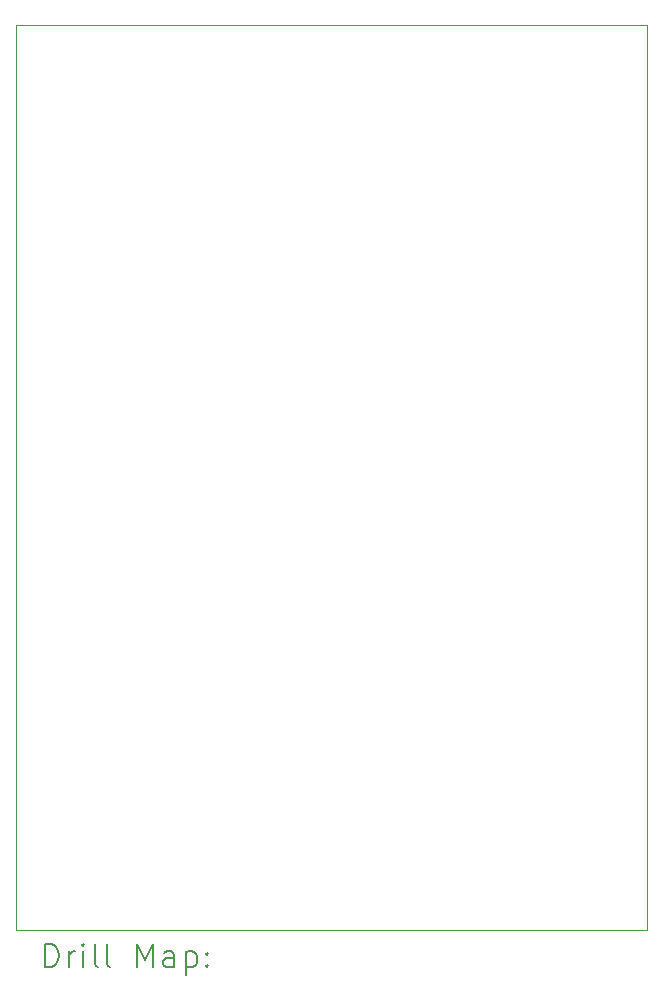
<source format=gbr>
%TF.GenerationSoftware,KiCad,Pcbnew,7.0.1-0*%
%TF.CreationDate,2024-03-21T16:57:51-04:00*%
%TF.ProjectId,pihat,70696861-742e-46b6-9963-61645f706362,rev?*%
%TF.SameCoordinates,Original*%
%TF.FileFunction,Drillmap*%
%TF.FilePolarity,Positive*%
%FSLAX45Y45*%
G04 Gerber Fmt 4.5, Leading zero omitted, Abs format (unit mm)*
G04 Created by KiCad (PCBNEW 7.0.1-0) date 2024-03-21 16:57:51*
%MOMM*%
%LPD*%
G01*
G04 APERTURE LIST*
%ADD10C,0.100000*%
%ADD11C,0.200000*%
G04 APERTURE END LIST*
D10*
X5200000Y-5588000D02*
X10541000Y-5588000D01*
X10541000Y-13250000D01*
X5200000Y-13250000D01*
X5200000Y-5588000D01*
D11*
X5442619Y-13567524D02*
X5442619Y-13367524D01*
X5442619Y-13367524D02*
X5490238Y-13367524D01*
X5490238Y-13367524D02*
X5518810Y-13377048D01*
X5518810Y-13377048D02*
X5537857Y-13396095D01*
X5537857Y-13396095D02*
X5547381Y-13415143D01*
X5547381Y-13415143D02*
X5556905Y-13453238D01*
X5556905Y-13453238D02*
X5556905Y-13481809D01*
X5556905Y-13481809D02*
X5547381Y-13519905D01*
X5547381Y-13519905D02*
X5537857Y-13538952D01*
X5537857Y-13538952D02*
X5518810Y-13558000D01*
X5518810Y-13558000D02*
X5490238Y-13567524D01*
X5490238Y-13567524D02*
X5442619Y-13567524D01*
X5642619Y-13567524D02*
X5642619Y-13434190D01*
X5642619Y-13472286D02*
X5652143Y-13453238D01*
X5652143Y-13453238D02*
X5661667Y-13443714D01*
X5661667Y-13443714D02*
X5680714Y-13434190D01*
X5680714Y-13434190D02*
X5699762Y-13434190D01*
X5766428Y-13567524D02*
X5766428Y-13434190D01*
X5766428Y-13367524D02*
X5756905Y-13377048D01*
X5756905Y-13377048D02*
X5766428Y-13386571D01*
X5766428Y-13386571D02*
X5775952Y-13377048D01*
X5775952Y-13377048D02*
X5766428Y-13367524D01*
X5766428Y-13367524D02*
X5766428Y-13386571D01*
X5890238Y-13567524D02*
X5871190Y-13558000D01*
X5871190Y-13558000D02*
X5861667Y-13538952D01*
X5861667Y-13538952D02*
X5861667Y-13367524D01*
X5995000Y-13567524D02*
X5975952Y-13558000D01*
X5975952Y-13558000D02*
X5966428Y-13538952D01*
X5966428Y-13538952D02*
X5966428Y-13367524D01*
X6223571Y-13567524D02*
X6223571Y-13367524D01*
X6223571Y-13367524D02*
X6290238Y-13510381D01*
X6290238Y-13510381D02*
X6356905Y-13367524D01*
X6356905Y-13367524D02*
X6356905Y-13567524D01*
X6537857Y-13567524D02*
X6537857Y-13462762D01*
X6537857Y-13462762D02*
X6528333Y-13443714D01*
X6528333Y-13443714D02*
X6509286Y-13434190D01*
X6509286Y-13434190D02*
X6471190Y-13434190D01*
X6471190Y-13434190D02*
X6452143Y-13443714D01*
X6537857Y-13558000D02*
X6518809Y-13567524D01*
X6518809Y-13567524D02*
X6471190Y-13567524D01*
X6471190Y-13567524D02*
X6452143Y-13558000D01*
X6452143Y-13558000D02*
X6442619Y-13538952D01*
X6442619Y-13538952D02*
X6442619Y-13519905D01*
X6442619Y-13519905D02*
X6452143Y-13500857D01*
X6452143Y-13500857D02*
X6471190Y-13491333D01*
X6471190Y-13491333D02*
X6518809Y-13491333D01*
X6518809Y-13491333D02*
X6537857Y-13481809D01*
X6633095Y-13434190D02*
X6633095Y-13634190D01*
X6633095Y-13443714D02*
X6652143Y-13434190D01*
X6652143Y-13434190D02*
X6690238Y-13434190D01*
X6690238Y-13434190D02*
X6709286Y-13443714D01*
X6709286Y-13443714D02*
X6718809Y-13453238D01*
X6718809Y-13453238D02*
X6728333Y-13472286D01*
X6728333Y-13472286D02*
X6728333Y-13529428D01*
X6728333Y-13529428D02*
X6718809Y-13548476D01*
X6718809Y-13548476D02*
X6709286Y-13558000D01*
X6709286Y-13558000D02*
X6690238Y-13567524D01*
X6690238Y-13567524D02*
X6652143Y-13567524D01*
X6652143Y-13567524D02*
X6633095Y-13558000D01*
X6814048Y-13548476D02*
X6823571Y-13558000D01*
X6823571Y-13558000D02*
X6814048Y-13567524D01*
X6814048Y-13567524D02*
X6804524Y-13558000D01*
X6804524Y-13558000D02*
X6814048Y-13548476D01*
X6814048Y-13548476D02*
X6814048Y-13567524D01*
X6814048Y-13443714D02*
X6823571Y-13453238D01*
X6823571Y-13453238D02*
X6814048Y-13462762D01*
X6814048Y-13462762D02*
X6804524Y-13453238D01*
X6804524Y-13453238D02*
X6814048Y-13443714D01*
X6814048Y-13443714D02*
X6814048Y-13462762D01*
M02*

</source>
